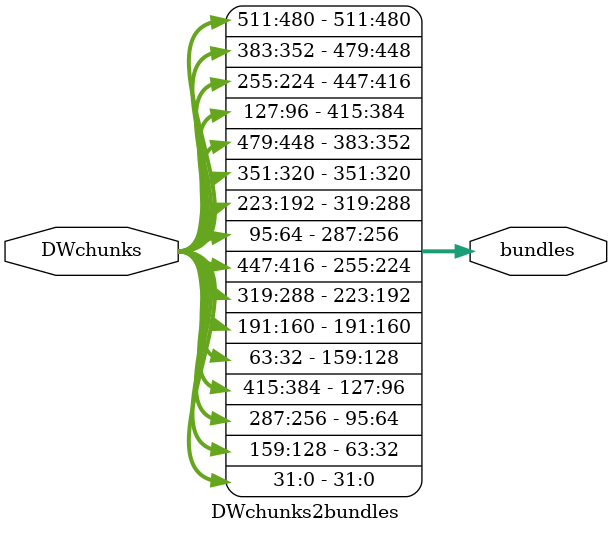
<source format=v>
/*
    Change the shadow state representation.
    Used to process the Round B of Shadow
    Direct inverse of the module 'bundles2DWchunks'
*/
module DWchunks2bundles
(
    input [511:0] DWchunks,
    output [511:0] bundles
);

genvar r, b;
generate
for(r=0;r<4;r=r+1) begin:row
    for(b=0;b<4;b=b+1) begin: bundle
        assign bundles[128*b+32*r +: 32] = DWchunks[(4*r+b)*32 +: 32];
    end
end
endgenerate


endmodule

</source>
